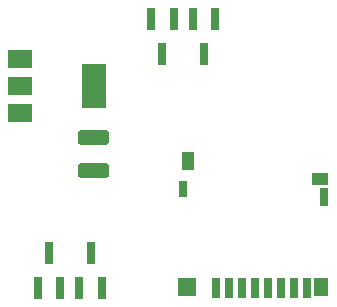
<source format=gbr>
G04 #@! TF.GenerationSoftware,KiCad,Pcbnew,(5.1.8)-1*
G04 #@! TF.CreationDate,2020-11-28T11:44:15-05:00*
G04 #@! TF.ProjectId,STM32_SMD_Quadcopter,53544d33-325f-4534-9d44-5f5175616463,rev?*
G04 #@! TF.SameCoordinates,PX2daf690PY1aab7d8*
G04 #@! TF.FileFunction,Paste,Bot*
G04 #@! TF.FilePolarity,Positive*
%FSLAX46Y46*%
G04 Gerber Fmt 4.6, Leading zero omitted, Abs format (unit mm)*
G04 Created by KiCad (PCBNEW (5.1.8)-1) date 2020-11-28 11:44:15*
%MOMM*%
%LPD*%
G01*
G04 APERTURE LIST*
%ADD10R,0.700000X1.750000*%
%ADD11R,1.300000X1.500000*%
%ADD12R,0.800000X1.500000*%
%ADD13R,1.450000X1.000000*%
%ADD14R,0.800000X1.400000*%
%ADD15R,1.500000X1.500000*%
%ADD16R,1.000000X1.550000*%
%ADD17R,0.800000X1.900000*%
%ADD18R,2.000000X3.800000*%
%ADD19R,2.000000X1.500000*%
G04 APERTURE END LIST*
D10*
X28039400Y-24057200D03*
D11*
X29239400Y-23932200D03*
D12*
X29489400Y-16332200D03*
D13*
X29164400Y-14832200D03*
D14*
X17539400Y-15682200D03*
D10*
X26939400Y-24057200D03*
X25839400Y-24057200D03*
X24739400Y-24057200D03*
X23639400Y-24057200D03*
X22539400Y-24057200D03*
X21439400Y-24057200D03*
X20339400Y-24057200D03*
D15*
X17889400Y-23932200D03*
D16*
X17939400Y-13257200D03*
D17*
X15798800Y-4241800D03*
X16748800Y-1241800D03*
X14848800Y-1241800D03*
X10668000Y-24079200D03*
X8768000Y-24079200D03*
X9718000Y-21079200D03*
G36*
G01*
X8881800Y-10678000D02*
X11031800Y-10678000D01*
G75*
G02*
X11281800Y-10928000I0J-250000D01*
G01*
X11281800Y-11678000D01*
G75*
G02*
X11031800Y-11928000I-250000J0D01*
G01*
X8881800Y-11928000D01*
G75*
G02*
X8631800Y-11678000I0J250000D01*
G01*
X8631800Y-10928000D01*
G75*
G02*
X8881800Y-10678000I250000J0D01*
G01*
G37*
G36*
G01*
X8881800Y-13478000D02*
X11031800Y-13478000D01*
G75*
G02*
X11281800Y-13728000I0J-250000D01*
G01*
X11281800Y-14478000D01*
G75*
G02*
X11031800Y-14728000I-250000J0D01*
G01*
X8881800Y-14728000D01*
G75*
G02*
X8631800Y-14478000I0J250000D01*
G01*
X8631800Y-13728000D01*
G75*
G02*
X8881800Y-13478000I250000J0D01*
G01*
G37*
X6184900Y-21082000D03*
X5234900Y-24082000D03*
X7134900Y-24082000D03*
X18341300Y-1243200D03*
X20241300Y-1243200D03*
X19291300Y-4243200D03*
D18*
X10021100Y-6948200D03*
D19*
X3721100Y-6948200D03*
X3721100Y-4648200D03*
X3721100Y-9248200D03*
M02*

</source>
